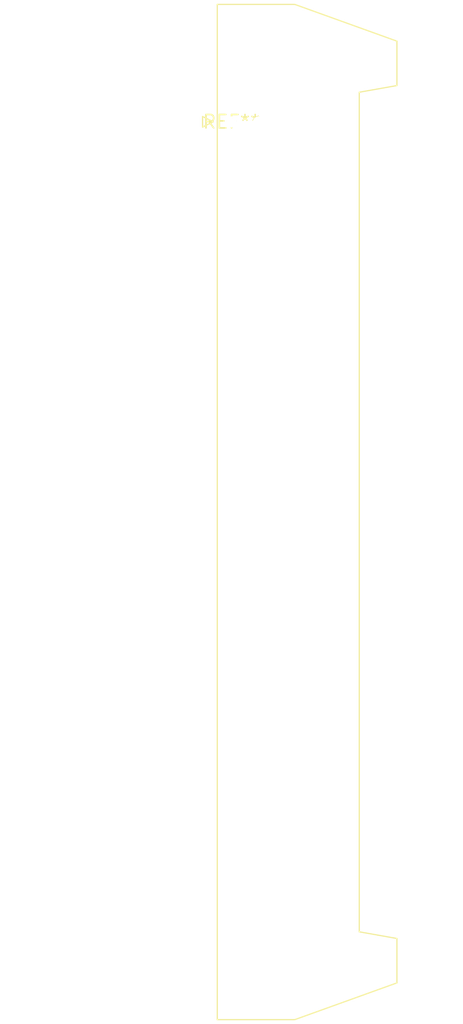
<source format=kicad_pcb>
(kicad_pcb (version 20240108) (generator pcbnew)
  (layers (0 "F.Cu" signal) (31 "B.Cu" signal) (34 "B.Paste" user) (35 "F.Paste" user) (36 "B.SilkS" user "B.Silkscreen") (37 "F.SilkS" user "F.Silkscreen") (38 "B.Mask" user) (39 "F.Mask" user) (44 "Edge.Cuts" user))
  (net 0 "")
  (footprint "IDC-Header_2x30_P2.54mm_Latch_Horizontal" (layer "F.Cu") (at 0 0)
    (property "Reference" "REF**")
    (property "Value" "IDC-Header_2x30_P2.54mm_Latch_Horizontal")
    (fp_line (start -2.74 -0.5) (end -2.74 0.5) (layer "F.SilkS") (stroke (width 0.12)))
    (fp_line (start -2.74 0.5) (end -1.74 0) (layer "F.SilkS") (stroke (width 0.12)))
    (fp_line (start -1.74 0) (end -2.74 -0.5) (layer "F.SilkS") (stroke (width 0.12)))
    (fp_line (start -1.35 -11.08) (end 5.98 -11.08) (layer "F.SilkS") (stroke (width 0.12)))
    (fp_line (start -1.35 84.74) (end -1.35 -11.08) (layer "F.SilkS") (stroke (width 0.12)))
    (fp_line (start 5.98 -11.08) (end 15.64 -7.61) (layer "F.SilkS") (stroke (width 0.12)))
    (fp_line (start 5.98 84.74) (end -1.35 84.74) (layer "F.SilkS") (stroke (width 0.12)))
    (fp_line (start 12.08 -2.79) (end 12.08 76.45) (layer "F.SilkS") (stroke (width 0.12)))
    (fp_line (start 12.08 76.45) (end 15.64 77.08) (layer "F.SilkS") (stroke (width 0.12)))
    (fp_line (start 15.64 -7.61) (end 15.64 -3.42) (layer "F.SilkS") (stroke (width 0.12)))
    (fp_line (start 15.64 -3.42) (end 12.08 -2.79) (layer "F.SilkS") (stroke (width 0.12)))
    (fp_line (start 15.64 77.08) (end 15.64 81.27) (layer "F.SilkS") (stroke (width 0.12)))
    (fp_line (start 15.64 81.27) (end 5.98 84.74) (layer "F.SilkS") (stroke (width 0.12)))
    (pad "1" thru_hole roundrect (at 0 0) (size 1.7 1.7) (drill 1) (layers *.Cu *.Mask) (remove_unused_layers) (roundrect_rratio 0.147059))
    (pad "2" thru_hole circle (at 2.54 0) (size 1.7 1.7) (drill 1) (layers *.Cu *.Mask) (remove_unused_layers))
    (pad "3" thru_hole circle (at 0 2.54) (size 1.7 1.7) (drill 1) (layers *.Cu *.Mask) (remove_unused_layers))
    (pad "4" thru_hole circle (at 2.54 2.54) (size 1.7 1.7) (drill 1) (layers *.Cu *.Mask) (remove_unused_layers))
    (pad "5" thru_hole circle (at 0 5.08) (size 1.7 1.7) (drill 1) (layers *.Cu *.Mask) (remove_unused_layers))
    (pad "6" thru_hole circle (at 2.54 5.08) (size 1.7 1.7) (drill 1) (layers *.Cu *.Mask) (remove_unused_layers))
    (pad "7" thru_hole circle (at 0 7.62) (size 1.7 1.7) (drill 1) (layers *.Cu *.Mask) (remove_unused_layers))
    (pad "8" thru_hole circle (at 2.54 7.62) (size 1.7 1.7) (drill 1) (layers *.Cu *.Mask) (remove_unused_layers))
    (pad "9" thru_hole circle (at 0 10.16) (size 1.7 1.7) (drill 1) (layers *.Cu *.Mask) (remove_unused_layers))
    (pad "10" thru_hole circle (at 2.54 10.16) (size 1.7 1.7) (drill 1) (layers *.Cu *.Mask) (remove_unused_layers))
    (pad "11" thru_hole circle (at 0 12.7) (size 1.7 1.7) (drill 1) (layers *.Cu *.Mask) (remove_unused_layers))
    (pad "12" thru_hole circle (at 2.54 12.7) (size 1.7 1.7) (drill 1) (layers *.Cu *.Mask) (remove_unused_layers))
    (pad "13" thru_hole circle (at 0 15.24) (size 1.7 1.7) (drill 1) (layers *.Cu *.Mask) (remove_unused_layers))
    (pad "14" thru_hole circle (at 2.54 15.24) (size 1.7 1.7) (drill 1) (layers *.Cu *.Mask) (remove_unused_layers))
    (pad "15" thru_hole circle (at 0 17.78) (size 1.7 1.7) (drill 1) (layers *.Cu *.Mask) (remove_unused_layers))
    (pad "16" thru_hole circle (at 2.54 17.78) (size 1.7 1.7) (drill 1) (layers *.Cu *.Mask) (remove_unused_layers))
    (pad "17" thru_hole circle (at 0 20.32) (size 1.7 1.7) (drill 1) (layers *.Cu *.Mask) (remove_unused_layers))
    (pad "18" thru_hole circle (at 2.54 20.32) (size 1.7 1.7) (drill 1) (layers *.Cu *.Mask) (remove_unused_layers))
    (pad "19" thru_hole circle (at 0 22.86) (size 1.7 1.7) (drill 1) (layers *.Cu *.Mask) (remove_unused_layers))
    (pad "20" thru_hole circle (at 2.54 22.86) (size 1.7 1.7) (drill 1) (layers *.Cu *.Mask) (remove_unused_layers))
    (pad "21" thru_hole circle (at 0 25.4) (size 1.7 1.7) (drill 1) (layers *.Cu *.Mask) (remove_unused_layers))
    (pad "22" thru_hole circle (at 2.54 25.4) (size 1.7 1.7) (drill 1) (layers *.Cu *.Mask) (remove_unused_layers))
    (pad "23" thru_hole circle (at 0 27.94) (size 1.7 1.7) (drill 1) (layers *.Cu *.Mask) (remove_unused_layers))
    (pad "24" thru_hole circle (at 2.54 27.94) (size 1.7 1.7) (drill 1) (layers *.Cu *.Mask) (remove_unused_layers))
    (pad "25" thru_hole circle (at 0 30.48) (size 1.7 1.7) (drill 1) (layers *.Cu *.Mask) (remove_unused_layers))
    (pad "26" thru_hole circle (at 2.54 30.48) (size 1.7 1.7) (drill 1) (layers *.Cu *.Mask) (remove_unused_layers))
    (pad "27" thru_hole circle (at 0 33.02) (size 1.7 1.7) (drill 1) (layers *.Cu *.Mask) (remove_unused_layers))
    (pad "28" thru_hole circle (at 2.54 33.02) (size 1.7 1.7) (drill 1) (layers *.Cu *.Mask) (remove_unused_layers))
    (pad "29" thru_hole circle (at 0 35.56) (size 1.7 1.7) (drill 1) (layers *.Cu *.Mask) (remove_unused_layers))
    (pad "30" thru_hole circle (at 2.54 35.56) (size 1.7 1.7) (drill 1) (layers *.Cu *.Mask) (remove_unused_layers))
    (pad "31" thru_hole circle (at 0 38.1) (size 1.7 1.7) (drill 1) (layers *.Cu *.Mask) (remove_unused_layers))
    (pad "32" thru_hole circle (at 2.54 38.1) (size 1.7 1.7) (drill 1) (layers *.Cu *.Mask) (remove_unused_layers))
    (pad "33" thru_hole circle (at 0 40.64) (size 1.7 1.7) (drill 1) (layers *.Cu *.Mask) (remove_unused_layers))
    (pad "34" thru_hole circle (at 2.54 40.64) (size 1.7 1.7) (drill 1) (layers *.Cu *.Mask) (remove_unused_layers))
    (pad "35" thru_hole circle (at 0 43.18) (size 1.7 1.7) (drill 1) (layers *.Cu *.Mask) (remove_unused_layers))
    (pad "36" thru_hole circle (at 2.54 43.18) (size 1.7 1.7) (drill 1) (layers *.Cu *.Mask) (remove_unused_layers))
    (pad "37" thru_hole circle (at 0 45.72) (size 1.7 1.7) (drill 1) (layers *.Cu *.Mask) (remove_unused_layers))
    (pad "38" thru_hole circle (at 2.54 45.72) (size 1.7 1.7) (drill 1) (layers *.Cu *.Mask) (remove_unused_layers))
    (pad "39" thru_hole circle (at 0 48.26) (size 1.7 1.7) (drill 1) (layers *.Cu *.Mask) (remove_unused_layers))
    (pad "40" thru_hole circle (at 2.54 48.26) (size 1.7 1.7) (drill 1) (layers *.Cu *.Mask) (remove_unused_layers))
    (pad "41" thru_hole circle (at 0 50.8) (size 1.7 1.7) (drill 1) (layers *.Cu *.Mask) (remove_unused_layers))
    (pad "42" thru_hole circle (at 2.54 50.8) (size 1.7 1.7) (drill 1) (layers *.Cu *.Mask) (remove_unused_layers))
    (pad "43" thru_hole circle (at 0 53.34) (size 1.7 1.7) (drill 1) (layers *.Cu *.Mask) (remove_unused_layers))
    (pad "44" thru_hole circle (at 2.54 53.34) (size 1.7 1.7) (drill 1) (layers *.Cu *.Mask) (remove_unused_layers))
    (pad "45" thru_hole circle (at 0 55.88) (size 1.7 1.7) (drill 1) (layers *.Cu *.Mask) (remove_unused_layers))
    (pad "46" thru_hole circle (at 2.54 55.88) (size 1.7 1.7) (drill 1) (layers *.Cu *.Mask) (remove_unused_layers))
    (pad "47" thru_hole circle (at 0 58.42) (size 1.7 1.7) (drill 1) (layers *.Cu *.Mask) (remove_unused_layers))
    (pad "48" thru_hole circle (at 2.54 58.42) (size 1.7 1.7) (drill 1) (layers *.Cu *.Mask) (remove_unused_layers))
    (pad "49" thru_hole circle (at 0 60.96) (size 1.7 1.7) (drill 1) (layers *.Cu *.Mask) (remove_unused_layers))
    (pad "50" thru_hole circle (at 2.54 60.96) (size 1.7 1.7) (drill 1) (layers *.Cu *.Mask) (remove_unused_layers))
    (pad "51" thru_hole circle (at 0 63.5) (size 1.7 1.7) (drill 1) (layers *.Cu *.Mask) (remove_unused_layers))
    (pad "52" thru_hole circle (at 2.54 63.5) (size 1.7 1.7) (drill 1) (layers *.Cu *.Mask) (remove_unused_layers))
    (pad "53" thru_hole circle (at 0 66.04) (size 1.7 1.7) (drill 1) (layers *.Cu *.Mask) (remove_unused_layers))
    (pad "54" thru_hole circle (at 2.54 66.04) (size 1.7 1.7) (drill 1) (layers *.Cu *.Mask) (remove_unused_layers))
    (pad "55" thru_hole circle (at 0 68.58) (size 1.7 1.7) (drill 1) (layers *.Cu *.Mask) (remove_unused_layers))
    (pad "56" thru_hole circle (at 2.54 68.58) (size 1.7 1.7) (drill 1) (layers *.Cu *.Mask) (remove_unused_layers))
    (pad "57" thru_hole circle (at 0 71.12) (size 1.7 1.7) (drill 1) (layers *.Cu *.Mask) (remove_unused_layers))
    (pad "58" thru_hole circle (at 2.54 71.12) (size 1.7 1.7) (drill 1) (layers *.Cu *.Mask) (remove_unused_layers))
    (pad "59" thru_hole circle (at 0 73.66) (size 1.7 1.7) (drill 1) (layers *.Cu *.Mask) (remove_unused_layers))
    (pad "60" thru_hole circle (at 2.54 73.66) (size 1.7 1.7) (drill 1) (layers *.Cu *.Mask) (remove_unused_layers))
  )
)
</source>
